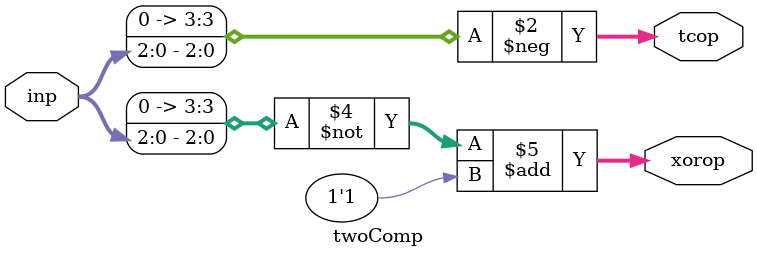
<source format=v>
module twoComp(
	input[2:0] inp,
	output[3:0] tcop,
	output[3:0] xorop);

	assign tcop = -inp;
	assign xorop = ~inp + 1'b1; //Invert input array using XOR logic and add 1
endmodule

</source>
